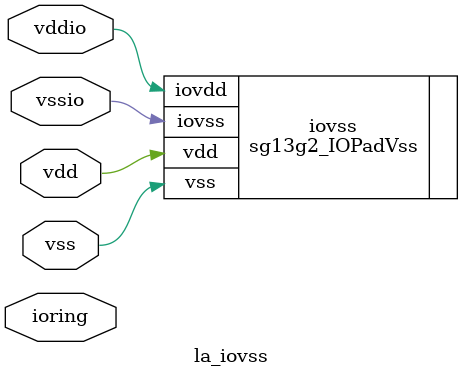
<source format=v>
module la_iovss #(
    parameter PROP  = "DEFAULT",  // cell type
    parameter SIDE  = "NO",       // "NO", "SO", "EA", "WE"
    parameter RINGW = 8           // width of io ring
) (
    inout vdd,  // core supply
    inout vss,  // core ground
    inout vddio,  // io supply
    inout vssio,  // io ground
    inout [RINGW-1:0] ioring  // generic io-ring interface
);

  sg13g2_IOPadVss iovss (
    .iovdd(vddio),
    .iovss(vssio),
    .vdd(vdd),
    .vss(vss)
  );

endmodule

</source>
